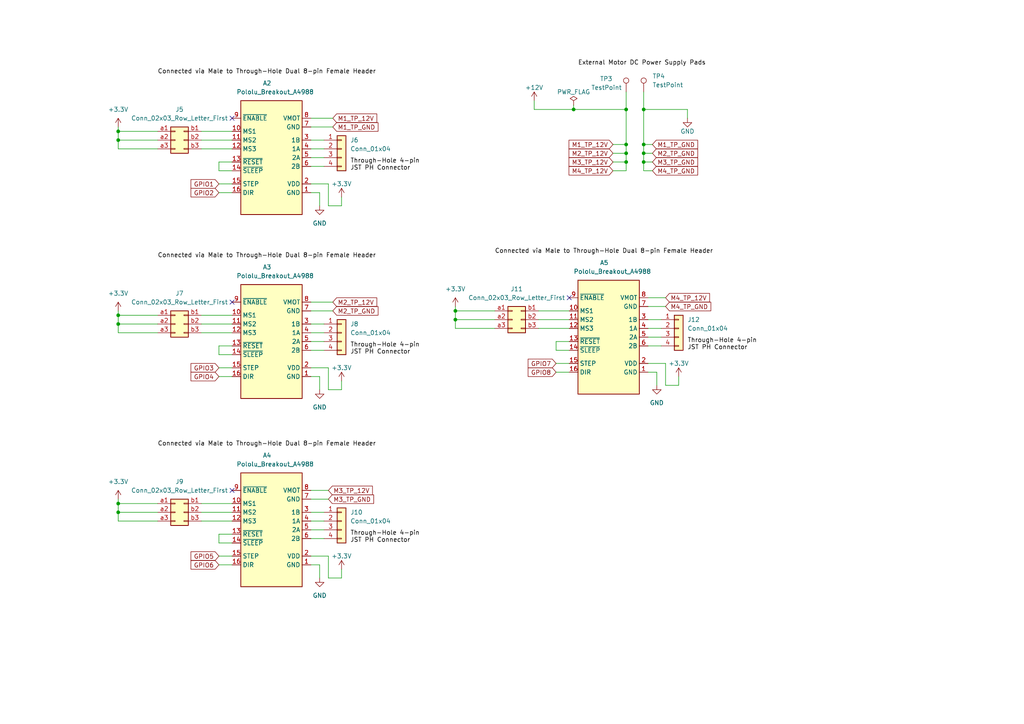
<source format=kicad_sch>
(kicad_sch (version 20230121) (generator eeschema)
  (paper "A4")
  (lib_symbols
    (symbol "Connector:TestPoint" (pin_numbers hide) (pin_names (offset 0.762) hide)
      (property "Reference" "TP" (at 0 6.858 0))
      (property "Value" "TestPoint" (at 0 5.08 0))
      (symbol "TestPoint_0_1"
        (circle (center 0 3.302) (radius 0.762))
      )
      (symbol "TestPoint_1_1"
        (pin passive line (at 0 0 90) (length 2.54) (name "1") (number "1"))
      )
    )
    (symbol "Connector_Generic:Conn_01x04" (pin_names (offset 1.016) hide)
      (property "Reference" "J" (at 0 5.08 0))
      (property "Value" "Conn_01x04" (at 0 -7.62 0))
      (symbol "Conn_01x04_1_1"
        (rectangle (start -1.27 -4.953) (end 0 -5.207) (stroke (width 0.1524)))
        (rectangle (start -1.27 -2.413) (end 0 -2.667) (stroke (width 0.1524)))
        (rectangle (start -1.27 0.127) (end 0 -0.127) (stroke (width 0.1524)))
        (rectangle (start -1.27 2.667) (end 0 2.413) (stroke (width 0.1524)))
        (rectangle (start -1.27 3.81) (end 1.27 -6.35) (stroke (width 0.254)) (fill (type background)))
        (pin passive line (at -5.08 2.54 0) (length 3.81) (name "Pin_1") (number "1"))
        (pin passive line (at -5.08 0 0) (length 3.81) (name "Pin_2") (number "2"))
        (pin passive line (at -5.08 -2.54 0) (length 3.81) (name "Pin_3") (number "3"))
        (pin passive line (at -5.08 -5.08 0) (length 3.81) (name "Pin_4") (number "4"))
      )
    )
    (symbol "Connector_Generic:Conn_02x03_Row_Letter_First" (pin_names (offset 1.016) hide)
      (property "Reference" "J" (at 1.27 5.08 0))
      (property "Value" "Conn_02x03_Row_Letter_First" (at 1.27 -5.08 0))
      (symbol "Conn_02x03_Row_Letter_First_1_1"
        (rectangle (start -1.27 -2.413) (end 0 -2.667) (stroke (width 0.1524)))
        (rectangle (start -1.27 0.127) (end 0 -0.127) (stroke (width 0.1524)))
        (rectangle (start -1.27 2.667) (end 0 2.413) (stroke (width 0.1524)))
        (rectangle (start -1.27 3.81) (end 3.81 -3.81) (stroke (width 0.254)) (fill (type background)))
        (rectangle (start 3.81 -2.413) (end 2.54 -2.667) (stroke (width 0.1524)))
        (rectangle (start 3.81 0.127) (end 2.54 -0.127) (stroke (width 0.1524)))
        (rectangle (start 3.81 2.667) (end 2.54 2.413) (stroke (width 0.1524)))
        (pin passive line (at -5.08 2.54 0) (length 3.81) (name "Pin_a1") (number "a1"))
        (pin passive line (at -5.08 0 0) (length 3.81) (name "Pin_a2") (number "a2"))
        (pin passive line (at -5.08 -2.54 0) (length 3.81) (name "Pin_a3") (number "a3"))
        (pin passive line (at 7.62 2.54 180) (length 3.81) (name "Pin_b1") (number "b1"))
        (pin passive line (at 7.62 0 180) (length 3.81) (name "Pin_b2") (number "b2"))
        (pin passive line (at 7.62 -2.54 180) (length 3.81) (name "Pin_b3") (number "b3"))
      )
    )
    (symbol "Driver_Motor:Pololu_Breakout_A4988"
      (property "Reference" "A1" (at -1.27 20.32 0))
      (property "Value" "Pololu_Breakout_A4988" (at -8.89 17.78 0))
      (symbol "Pololu_Breakout_A4988_0_1"
        (rectangle (start -7.62 15.24) (end 10.16 -17.78) (stroke (width 0.254)) (fill (type background)))
      )
      (symbol "Pololu_Breakout_A4988_1_1"
        (pin power_in line (at 12.7 -11.43 180) (length 2.54) (name "GND") (number "1"))
        (pin input line (at -10.16 6.35 0) (length 2.54) (name "MS1") (number "10"))
        (pin input line (at -10.16 3.81 0) (length 2.54) (name "MS2") (number "11"))
        (pin input line (at -10.16 1.27 0) (length 2.54) (name "MS3") (number "12"))
        (pin passive line (at -10.16 -2.54 0) (length 2.54) (name "~{RESET}") (number "13"))
        (pin passive line (at -10.16 -5.08 0) (length 2.54) (name "~{SLEEP}") (number "14"))
        (pin input line (at -10.16 -8.89 0) (length 2.54) (name "STEP") (number "15"))
        (pin input line (at -10.16 -11.43 0) (length 2.54) (name "DIR") (number "16"))
        (pin power_in line (at 12.7 -8.89 180) (length 2.54) (name "VDD") (number "2"))
        (pin output line (at 12.7 3.81 180) (length 2.54) (name "1B") (number "3"))
        (pin output line (at 12.7 1.27 180) (length 2.54) (name "1A") (number "4"))
        (pin output line (at 12.7 -1.27 180) (length 2.54) (name "2A") (number "5"))
        (pin output line (at 12.7 -3.81 180) (length 2.54) (name "2B") (number "6"))
        (pin power_in line (at 12.7 7.62 180) (length 2.54) (name "GND") (number "7"))
        (pin power_in line (at 12.7 10.16 180) (length 2.54) (name "VMOT") (number "8"))
        (pin input line (at -10.16 10.16 0) (length 2.54) (name "~{ENABLE}") (number "9"))
      )
    )
    (symbol "power:+12V" (power) (pin_names (offset 0))
      (property "Value" "+12V" (at 0 3.556 0))
      (symbol "+12V_0_1"
        (polyline (pts (xy -0.762 1.27) (xy 0 2.54)))
        (polyline (pts (xy 0 0) (xy 0 2.54)))
        (polyline (pts (xy 0 2.54) (xy 0.762 1.27)))
      )
      (symbol "+12V_1_1"
        (pin power_in line (at 0 0 90) (length 0) hide (name "+12V") (number "1"))
      )
    )
    (symbol "power:+3.3V" (power) (pin_names (offset 0))
      (property "Value" "+3.3V" (at 0 3.556 0))
      (symbol "+3.3V_0_1"
        (polyline (pts (xy -0.762 1.27) (xy 0 2.54)))
        (polyline (pts (xy 0 0) (xy 0 2.54)))
        (polyline (pts (xy 0 2.54) (xy 0.762 1.27)))
      )
      (symbol "+3.3V_1_1"
        (pin power_in line (at 0 0 90) (length 0) hide (name "+3.3V") (number "1"))
      )
    )
    (symbol "power:GND" (power) (pin_names (offset 0))
      (property "Value" "GND" (at 0 -3.81 0))
      (symbol "GND_0_1"
        (polyline (pts (xy 0 0) (xy 0 -1.27) (xy 1.27 -1.27) (xy 0 -2.54) (xy -1.27 -1.27) (xy 0 -1.27)))
      )
      (symbol "GND_1_1"
        (pin power_in line (at 0 0 270) (length 0) hide (name "GND") (number "1"))
      )
    )
    (symbol "power:PWR_FLAG" (power) (pin_numbers hide) (pin_names (offset 0) hide)
      (property "Value" "PWR_FLAG" (at 0 3.81 0))
      (symbol "PWR_FLAG_0_0"
        (pin power_out line (at 0 0 90) (length 0) (name "pwr") (number "1"))
      )
      (symbol "PWR_FLAG_0_1"
        (polyline (pts (xy 0 0) (xy 0 1.27) (xy -1.016 1.905) (xy 0 2.54) (xy 1.016 1.905) (xy 0 1.27)))
      )
    )
  )
  (junction (at 181.61 41.91))
  (junction (at 34.29 146.05))
  (junction (at 132.08 92.71))
  (junction (at 181.61 44.45))
  (junction (at 186.69 41.91))
  (junction (at 186.69 46.99))
  (junction (at 34.29 91.44))
  (junction (at 132.08 90.17))
  (junction (at 34.29 148.59))
  (junction (at 34.29 40.64))
  (junction (at 166.37 31.75))
  (junction (at 181.61 31.75))
  (junction (at 181.61 46.99))
  (junction (at 186.69 44.45))
  (junction (at 34.29 38.1))
  (junction (at 34.29 93.98))
  (junction (at 186.69 31.75))
  (no_connect (at 67.31 34.29))
  (no_connect (at 67.31 87.63))
  (no_connect (at 67.31 142.24))
  (no_connect (at 165.1 86.36))
  (wire (pts (xy 34.29 38.1) (xy 45.72 38.1)))
  (wire (pts (xy 95.25 113.03) (xy 99.06 113.03)))
  (wire (pts (xy 34.29 144.78) (xy 34.29 146.05)))
  (wire (pts (xy 34.29 96.52) (xy 34.29 93.98)))
  (wire (pts (xy 166.37 31.75) (xy 181.61 31.75)))
  (wire (pts (xy 177.8 44.45) (xy 181.61 44.45)))
  (wire (pts (xy 189.23 46.99) (xy 186.69 46.99)))
  (wire (pts (xy 177.8 49.53) (xy 181.61 49.53)))
  (wire (pts (xy 90.17 151.13) (xy 93.98 151.13)))
  (wire (pts (xy 143.51 92.71) (xy 132.08 92.71)))
  (wire (pts (xy 90.17 34.29) (xy 96.52 34.29)))
  (wire (pts (xy 63.5 154.94) (xy 63.5 157.48)))
  (wire (pts (xy 67.31 53.34) (xy 63.5 53.34)))
  (wire (pts (xy 187.96 105.41) (xy 193.04 105.41)))
  (wire (pts (xy 34.29 91.44) (xy 45.72 91.44)))
  (wire (pts (xy 189.23 41.91) (xy 186.69 41.91)))
  (wire (pts (xy 63.5 102.87) (xy 67.31 102.87)))
  (wire (pts (xy 67.31 100.33) (xy 63.5 100.33)))
  (wire (pts (xy 90.17 144.78) (xy 95.25 144.78)))
  (wire (pts (xy 63.5 157.48) (xy 67.31 157.48)))
  (wire (pts (xy 90.17 109.22) (xy 92.71 109.22)))
  (wire (pts (xy 95.25 106.68) (xy 95.25 113.03)))
  (wire (pts (xy 34.29 40.64) (xy 34.29 38.1)))
  (wire (pts (xy 156.21 95.25) (xy 165.1 95.25)))
  (wire (pts (xy 99.06 167.64) (xy 99.06 165.1)))
  (wire (pts (xy 34.29 43.18) (xy 34.29 40.64)))
  (wire (pts (xy 156.21 90.17) (xy 165.1 90.17)))
  (wire (pts (xy 181.61 41.91) (xy 177.8 41.91)))
  (wire (pts (xy 186.69 31.75) (xy 199.39 31.75)))
  (wire (pts (xy 90.17 87.63) (xy 96.52 87.63)))
  (wire (pts (xy 58.42 146.05) (xy 67.31 146.05)))
  (wire (pts (xy 95.25 53.34) (xy 95.25 59.69)))
  (wire (pts (xy 196.85 111.76) (xy 196.85 109.22)))
  (wire (pts (xy 199.39 31.75) (xy 199.39 34.29)))
  (wire (pts (xy 90.17 55.88) (xy 92.71 55.88)))
  (wire (pts (xy 58.42 93.98) (xy 67.31 93.98)))
  (wire (pts (xy 34.29 93.98) (xy 34.29 91.44)))
  (wire (pts (xy 90.17 99.06) (xy 93.98 99.06)))
  (wire (pts (xy 90.17 45.72) (xy 93.98 45.72)))
  (wire (pts (xy 181.61 26.67) (xy 181.61 31.75)))
  (wire (pts (xy 187.96 97.79) (xy 191.77 97.79)))
  (wire (pts (xy 186.69 49.53) (xy 186.69 46.99)))
  (wire (pts (xy 58.42 43.18) (xy 67.31 43.18)))
  (wire (pts (xy 90.17 93.98) (xy 93.98 93.98)))
  (wire (pts (xy 186.69 41.91) (xy 186.69 31.75)))
  (wire (pts (xy 63.5 46.99) (xy 63.5 49.53)))
  (wire (pts (xy 34.29 90.17) (xy 34.29 91.44)))
  (wire (pts (xy 63.5 49.53) (xy 67.31 49.53)))
  (wire (pts (xy 193.04 111.76) (xy 196.85 111.76)))
  (wire (pts (xy 187.96 100.33) (xy 191.77 100.33)))
  (wire (pts (xy 181.61 49.53) (xy 181.61 46.99)))
  (wire (pts (xy 90.17 106.68) (xy 95.25 106.68)))
  (wire (pts (xy 186.69 26.67) (xy 186.69 31.75)))
  (wire (pts (xy 90.17 142.24) (xy 95.25 142.24)))
  (wire (pts (xy 95.25 59.69) (xy 99.06 59.69)))
  (wire (pts (xy 154.94 31.75) (xy 166.37 31.75)))
  (wire (pts (xy 187.96 95.25) (xy 191.77 95.25)))
  (wire (pts (xy 58.42 38.1) (xy 67.31 38.1)))
  (wire (pts (xy 99.06 59.69) (xy 99.06 57.15)))
  (wire (pts (xy 45.72 93.98) (xy 34.29 93.98)))
  (wire (pts (xy 193.04 105.41) (xy 193.04 111.76)))
  (wire (pts (xy 99.06 113.03) (xy 99.06 110.49)))
  (wire (pts (xy 90.17 156.21) (xy 93.98 156.21)))
  (wire (pts (xy 63.5 55.88) (xy 67.31 55.88)))
  (wire (pts (xy 187.96 107.95) (xy 190.5 107.95)))
  (wire (pts (xy 92.71 109.22) (xy 92.71 113.03)))
  (wire (pts (xy 67.31 154.94) (xy 63.5 154.94)))
  (wire (pts (xy 58.42 148.59) (xy 67.31 148.59)))
  (wire (pts (xy 90.17 48.26) (xy 93.98 48.26)))
  (wire (pts (xy 58.42 151.13) (xy 67.31 151.13)))
  (wire (pts (xy 177.8 46.99) (xy 181.61 46.99)))
  (wire (pts (xy 63.5 100.33) (xy 63.5 102.87)))
  (wire (pts (xy 189.23 44.45) (xy 186.69 44.45)))
  (wire (pts (xy 67.31 106.68) (xy 63.5 106.68)))
  (wire (pts (xy 161.29 101.6) (xy 165.1 101.6)))
  (wire (pts (xy 189.23 49.53) (xy 186.69 49.53)))
  (wire (pts (xy 90.17 90.17) (xy 96.52 90.17)))
  (wire (pts (xy 181.61 44.45) (xy 181.61 41.91)))
  (wire (pts (xy 45.72 40.64) (xy 34.29 40.64)))
  (wire (pts (xy 67.31 161.29) (xy 63.5 161.29)))
  (wire (pts (xy 132.08 88.9) (xy 132.08 90.17)))
  (wire (pts (xy 90.17 40.64) (xy 93.98 40.64)))
  (wire (pts (xy 181.61 46.99) (xy 181.61 44.45)))
  (wire (pts (xy 90.17 101.6) (xy 93.98 101.6)))
  (wire (pts (xy 132.08 90.17) (xy 143.51 90.17)))
  (wire (pts (xy 132.08 92.71) (xy 132.08 90.17)))
  (wire (pts (xy 166.37 30.48) (xy 166.37 31.75)))
  (wire (pts (xy 34.29 151.13) (xy 34.29 148.59)))
  (wire (pts (xy 90.17 153.67) (xy 93.98 153.67)))
  (wire (pts (xy 186.69 46.99) (xy 186.69 44.45)))
  (wire (pts (xy 154.94 29.21) (xy 154.94 31.75)))
  (wire (pts (xy 143.51 95.25) (xy 132.08 95.25)))
  (wire (pts (xy 161.29 99.06) (xy 161.29 101.6)))
  (wire (pts (xy 92.71 163.83) (xy 92.71 167.64)))
  (wire (pts (xy 165.1 105.41) (xy 161.29 105.41)))
  (wire (pts (xy 92.71 55.88) (xy 92.71 59.69)))
  (wire (pts (xy 63.5 163.83) (xy 67.31 163.83)))
  (wire (pts (xy 45.72 148.59) (xy 34.29 148.59)))
  (wire (pts (xy 90.17 163.83) (xy 92.71 163.83)))
  (wire (pts (xy 34.29 146.05) (xy 45.72 146.05)))
  (wire (pts (xy 95.25 167.64) (xy 99.06 167.64)))
  (wire (pts (xy 187.96 88.9) (xy 193.04 88.9)))
  (wire (pts (xy 132.08 95.25) (xy 132.08 92.71)))
  (wire (pts (xy 90.17 43.18) (xy 93.98 43.18)))
  (wire (pts (xy 181.61 31.75) (xy 181.61 41.91)))
  (wire (pts (xy 187.96 92.71) (xy 191.77 92.71)))
  (wire (pts (xy 34.29 148.59) (xy 34.29 146.05)))
  (wire (pts (xy 34.29 36.83) (xy 34.29 38.1)))
  (wire (pts (xy 90.17 36.83) (xy 96.52 36.83)))
  (wire (pts (xy 58.42 40.64) (xy 67.31 40.64)))
  (wire (pts (xy 95.25 161.29) (xy 95.25 167.64)))
  (wire (pts (xy 186.69 44.45) (xy 186.69 41.91)))
  (wire (pts (xy 90.17 96.52) (xy 93.98 96.52)))
  (wire (pts (xy 165.1 99.06) (xy 161.29 99.06)))
  (wire (pts (xy 63.5 109.22) (xy 67.31 109.22)))
  (wire (pts (xy 187.96 86.36) (xy 193.04 86.36)))
  (wire (pts (xy 190.5 107.95) (xy 190.5 111.76)))
  (wire (pts (xy 161.29 107.95) (xy 165.1 107.95)))
  (wire (pts (xy 58.42 96.52) (xy 67.31 96.52)))
  (wire (pts (xy 156.21 92.71) (xy 165.1 92.71)))
  (wire (pts (xy 90.17 148.59) (xy 93.98 148.59)))
  (wire (pts (xy 90.17 53.34) (xy 95.25 53.34)))
  (wire (pts (xy 90.17 161.29) (xy 95.25 161.29)))
  (wire (pts (xy 45.72 43.18) (xy 34.29 43.18)))
  (wire (pts (xy 67.31 46.99) (xy 63.5 46.99)))
  (wire (pts (xy 58.42 91.44) (xy 67.31 91.44)))
  (wire (pts (xy 45.72 96.52) (xy 34.29 96.52)))
  (wire (pts (xy 45.72 151.13) (xy 34.29 151.13)))
  (text "External Motor DC Power Supply Pads" (at 167.64 19.05 0) (effects (font (size 1.27 1.27)) (justify left bottom)))
  (text "Connected via Male to Through-Hole Dual 8-pin Female Header" (at 143.51 73.66 0) (effects (font (size 1.27 1.27)) (justify left bottom)))
  (text "Connected via Male to Through-Hole Dual 8-pin Female Header" (at 45.72 21.59 0) (effects (font (size 1.27 1.27)) (justify left bottom)))
  (text "Connected via Male to Through-Hole Dual 8-pin Female Header" (at 45.72 74.93 0) (effects (font (size 1.27 1.27)) (justify left bottom)))
  (text "Through-Hole 4-pin\nJST PH Connector" (at 101.6 49.53 0) (effects (font (size 1.27 1.27)) (justify left bottom)))
  (text "Through-Hole 4-pin\nJST PH Connector" (at 199.39 101.6 0) (effects (font (size 1.27 1.27)) (justify left bottom)))
  (text "Through-Hole 4-pin\nJST PH Connector" (at 101.6 102.87 0) (effects (font (size 1.27 1.27)) (justify left bottom)))
  (text "Through-Hole 4-pin\nJST PH Connector" (at 101.6 157.48 0) (effects (font (size 1.27 1.27)) (justify left bottom)))
  (text "Connected via Male to Through-Hole Dual 8-pin Female Header" (at 45.72 129.54 0) (effects (font (size 1.27 1.27)) (justify left bottom)))
  (global_label "M3_TP_GND" (shape input) (at 189.23 46.99 0) (property "Intersheetrefs" "${INTERSHEET_REFS}" (effects hide)))
  (global_label "M4_TP_GND" (shape input) (at 193.04 88.9 0) (property "Intersheetrefs" "${INTERSHEET_REFS}" (effects hide)))
  (global_label "M4_TP_GND" (shape input) (at 189.23 49.53 0) (property "Intersheetrefs" "${INTERSHEET_REFS}" (effects hide)))
  (global_label "M2_TP_GND" (shape input) (at 96.52 90.17 0) (property "Intersheetrefs" "${INTERSHEET_REFS}" (effects hide)))
  (global_label "M3_TP_12V" (shape input) (at 95.25 142.24 0) (property "Intersheetrefs" "${INTERSHEET_REFS}" (effects hide)))
  (global_label "M2_TP_GND" (shape input) (at 189.23 44.45 0) (property "Intersheetrefs" "${INTERSHEET_REFS}" (effects hide)))
  (global_label "M1_TP_12V" (shape input) (at 96.52 34.29 0) (property "Intersheetrefs" "${INTERSHEET_REFS}" (effects hide)))
  (global_label "GPIO4" (shape input) (at 63.5 109.22 180) (property "Intersheetrefs" "${INTERSHEET_REFS}" (effects hide)))
  (global_label "GPIO8" (shape input) (at 161.29 107.95 180) (property "Intersheetrefs" "${INTERSHEET_REFS}" (effects hide)))
  (global_label "GPIO6" (shape input) (at 63.5 163.83 180) (property "Intersheetrefs" "${INTERSHEET_REFS}" (effects hide)))
  (global_label "M4_TP_12V" (shape input) (at 177.8 49.53 180) (property "Intersheetrefs" "${INTERSHEET_REFS}" (effects hide)))
  (global_label "M1_TP_12V" (shape input) (at 177.8 41.91 180) (property "Intersheetrefs" "${INTERSHEET_REFS}" (effects hide)))
  (global_label "GPIO1" (shape input) (at 63.5 53.34 180) (property "Intersheetrefs" "${INTERSHEET_REFS}" (effects hide)))
  (global_label "GPIO2" (shape input) (at 63.5 55.88 180) (property "Intersheetrefs" "${INTERSHEET_REFS}" (effects hide)))
  (global_label "M4_TP_12V" (shape input) (at 193.04 86.36 0) (property "Intersheetrefs" "${INTERSHEET_REFS}" (effects hide)))
  (global_label "GPIO5" (shape input) (at 63.5 161.29 180) (property "Intersheetrefs" "${INTERSHEET_REFS}" (effects hide)))
  (global_label "GPIO3" (shape input) (at 63.5 106.68 180) (property "Intersheetrefs" "${INTERSHEET_REFS}" (effects hide)))
  (global_label "M1_TP_GND" (shape input) (at 96.52 36.83 0) (property "Intersheetrefs" "${INTERSHEET_REFS}" (effects hide)))
  (global_label "M3_TP_GND" (shape input) (at 95.25 144.78 0) (property "Intersheetrefs" "${INTERSHEET_REFS}" (effects hide)))
  (global_label "M1_TP_GND" (shape input) (at 189.23 41.91 0) (property "Intersheetrefs" "${INTERSHEET_REFS}" (effects hide)))
  (global_label "M2_TP_12V" (shape input) (at 177.8 44.45 180) (property "Intersheetrefs" "${INTERSHEET_REFS}" (effects hide)))
  (global_label "M2_TP_12V" (shape input) (at 96.52 87.63 0) (property "Intersheetrefs" "${INTERSHEET_REFS}" (effects hide)))
  (global_label "M3_TP_12V" (shape input) (at 177.8 46.99 180) (property "Intersheetrefs" "${INTERSHEET_REFS}" (effects hide)))
  (global_label "GPIO7" (shape input) (at 161.29 105.41 180) (property "Intersheetrefs" "${INTERSHEET_REFS}" (effects hide)))
  (symbol (lib_id "power:GND") (at 92.71 113.03 0) (unit 1)
    (property "Reference" "#PWR031" (effects hide))
    (property "Value" "GND" (at 92.71 118.11 0))
  )
  (symbol (lib_id "power:GND") (at 92.71 167.64 0) (unit 1)
    (property "Reference" "#PWR034" (effects hide))
    (property "Value" "GND" (at 92.71 172.72 0))
  )
  (symbol (lib_id "Driver_Motor:Pololu_Breakout_A4988") (at 77.47 44.45 0) (unit 1)
    (property "Reference" "A2" (at 76.2 24.13 0) (effects (justify left)))
    (property "Value" "Pololu_Breakout_A4988" (at 68.58 26.67 0) (effects (justify left)))
    (property "Footprint" "Module:Pololu_Breakout-16_15.2x20.3mm" (effects hide))
    (property "Datasheet" "https://www.pololu.com/product/2980/pictures" (effects hide))
  )
  (symbol (lib_id "Connector_Generic:Conn_01x04") (at 99.06 151.13 0) (unit 1)
    (property "Reference" "J10" (at 101.6 148.59 0) (effects (justify left)))
    (property "Value" "Conn_01x04" (at 101.6 151.13 0) (effects (justify left)))
    (property "Footprint" "Connector_JST:JST_PH_B4B-PH-K_1x04_P2.00mm_Vertical" (effects hide))
  )
  (symbol (lib_id "power:GND") (at 199.39 34.29 0) (unit 1)
    (property "Reference" "#PWR029" (effects hide))
    (property "Value" "GND" (at 199.39 38.1 0))
  )
  (symbol (lib_id "Driver_Motor:Pololu_Breakout_A4988") (at 77.47 152.4 0) (unit 1)
    (property "Reference" "A4" (at 76.2 132.08 0) (effects (justify left)))
    (property "Value" "Pololu_Breakout_A4988" (at 68.58 134.62 0) (effects (justify left)))
    (property "Footprint" "Module:Pololu_Breakout-16_15.2x20.3mm" (effects hide))
    (property "Datasheet" "https://www.pololu.com/product/2980/pictures" (effects hide))
  )
  (symbol (lib_id "power:+3.3V") (at 99.06 57.15 0) (unit 1)
    (property "Reference" "#PWR027" (effects hide))
    (property "Value" "+3.3V" (at 99.06 53.34 0))
  )
  (symbol (lib_id "power:+3.3V") (at 34.29 90.17 0) (unit 1)
    (property "Reference" "#PWR030" (effects hide))
    (property "Value" "+3.3V" (at 34.29 85.09 0))
  )
  (symbol (lib_id "power:+12V") (at 154.94 29.21 0) (unit 1)
    (property "Reference" "#PWR028" (effects hide))
    (property "Value" "+12V" (at 154.94 25.4 0))
  )
  (symbol (lib_id "power:+3.3V") (at 34.29 36.83 0) (unit 1)
    (property "Reference" "#PWR025" (effects hide))
    (property "Value" "+3.3V" (at 34.29 31.75 0))
  )
  (symbol (lib_id "power:PWR_FLAG") (at 166.37 30.48 0) (unit 1)
    (property "Reference" "#FLG03" (effects hide))
    (property "Value" "PWR_FLAG" (at 166.37 26.67 0))
  )
  (symbol (lib_id "Connector_Generic:Conn_01x04") (at 99.06 43.18 0) (unit 1)
    (property "Reference" "J6" (at 101.6 40.64 0) (effects (justify left)))
    (property "Value" "Conn_01x04" (at 101.6 43.18 0) (effects (justify left)))
    (property "Footprint" "Connector_JST:JST_PH_B4B-PH-K_1x04_P2.00mm_Vertical" (effects hide))
  )
  (symbol (lib_id "Connector:TestPoint") (at 186.69 26.67 0) (unit 1)
    (property "Reference" "TP4" (at 189.23 22.098 0) (effects (justify left)))
    (property "Value" "TestPoint" (at 189.23 24.638 0) (effects (justify left)))
    (property "Footprint" "TestPoint:TestPoint_Pad_2.0x2.0mm" (effects hide))
  )
  (symbol (lib_id "Connector_Generic:Conn_02x03_Row_Letter_First") (at 148.59 92.71 0) (unit 1)
    (property "Reference" "J11" (at 149.86 83.82 0))
    (property "Value" "Conn_02x03_Row_Letter_First" (at 149.86 86.36 0))
    (property "Footprint" "Connector_PinHeader_2.54mm:PinHeader_2x03_P2.54mm_Vertical" (effects hide))
  )
  (symbol (lib_id "power:+3.3V") (at 99.06 165.1 0) (unit 1)
    (property "Reference" "#PWR035" (effects hide))
    (property "Value" "+3.3V" (at 99.06 161.29 0))
  )
  (symbol (lib_id "power:+3.3V") (at 99.06 110.49 0) (unit 1)
    (property "Reference" "#PWR032" (effects hide))
    (property "Value" "+3.3V" (at 99.06 106.68 0))
  )
  (symbol (lib_id "Connector_Generic:Conn_02x03_Row_Letter_First") (at 50.8 40.64 0) (unit 1)
    (property "Reference" "J5" (at 52.07 31.75 0))
    (property "Value" "Conn_02x03_Row_Letter_First" (at 52.07 34.29 0))
    (property "Footprint" "Connector_PinHeader_2.54mm:PinHeader_2x03_P2.54mm_Vertical" (effects hide))
  )
  (symbol (lib_id "Connector_Generic:Conn_01x04") (at 196.85 95.25 0) (unit 1)
    (property "Reference" "J12" (at 199.39 92.71 0) (effects (justify left)))
    (property "Value" "Conn_01x04" (at 199.39 95.25 0) (effects (justify left)))
    (property "Footprint" "Connector_JST:JST_PH_B4B-PH-K_1x04_P2.00mm_Vertical" (effects hide))
  )
  (symbol (lib_id "power:GND") (at 190.5 111.76 0) (unit 1)
    (property "Reference" "#PWR037" (effects hide))
    (property "Value" "GND" (at 190.5 116.84 0))
  )
  (symbol (lib_id "power:GND") (at 92.71 59.69 0) (unit 1)
    (property "Reference" "#PWR026" (effects hide))
    (property "Value" "GND" (at 92.71 64.77 0))
  )
  (symbol (lib_id "Connector_Generic:Conn_01x04") (at 99.06 96.52 0) (unit 1)
    (property "Reference" "J8" (at 101.6 93.98 0) (effects (justify left)))
    (property "Value" "Conn_01x04" (at 101.6 96.52 0) (effects (justify left)))
    (property "Footprint" "Connector_JST:JST_PH_B4B-PH-K_1x04_P2.00mm_Vertical" (effects hide))
  )
  (symbol (lib_id "power:+3.3V") (at 34.29 144.78 0) (unit 1)
    (property "Reference" "#PWR033" (effects hide))
    (property "Value" "+3.3V" (at 34.29 139.7 0))
  )
  (symbol (lib_id "Driver_Motor:Pololu_Breakout_A4988") (at 175.26 96.52 0) (unit 1)
    (property "Reference" "A5" (at 173.99 76.2 0) (effects (justify left)))
    (property "Value" "Pololu_Breakout_A4988" (at 166.37 78.74 0) (effects (justify left)))
    (property "Footprint" "Module:Pololu_Breakout-16_15.2x20.3mm" (effects hide))
    (property "Datasheet" "https://www.pololu.com/product/2980/pictures" (effects hide))
  )
  (symbol (lib_id "Driver_Motor:Pololu_Breakout_A4988") (at 77.47 97.79 0) (unit 1)
    (property "Reference" "A3" (at 76.2 77.47 0) (effects (justify left)))
    (property "Value" "Pololu_Breakout_A4988" (at 68.58 80.01 0) (effects (justify left)))
    (property "Footprint" "Module:Pololu_Breakout-16_15.2x20.3mm" (effects hide))
    (property "Datasheet" "https://www.pololu.com/product/2980/pictures" (effects hide))
  )
  (symbol (lib_id "Connector:TestPoint") (at 181.61 26.67 0) (unit 1)
    (property "Reference" "TP3" (at 173.99 22.86 0) (effects (justify left)))
    (property "Value" "TestPoint" (at 171.45 25.4 0) (effects (justify left)))
    (property "Footprint" "TestPoint:TestPoint_Pad_2.0x2.0mm" (effects hide))
  )
  (symbol (lib_id "power:+3.3V") (at 132.08 88.9 0) (unit 1)
    (property "Reference" "#PWR036" (effects hide))
    (property "Value" "+3.3V" (at 132.08 83.82 0))
  )
  (symbol (lib_id "power:+3.3V") (at 196.85 109.22 0) (unit 1)
    (property "Reference" "#PWR038" (effects hide))
    (property "Value" "+3.3V" (at 196.85 105.41 0))
  )
  (symbol (lib_id "Connector_Generic:Conn_02x03_Row_Letter_First") (at 50.8 93.98 0) (unit 1)
    (property "Reference" "J7" (at 52.07 85.09 0))
    (property "Value" "Conn_02x03_Row_Letter_First" (at 52.07 87.63 0))
    (property "Footprint" "Connector_PinHeader_2.54mm:PinHeader_2x03_P2.54mm_Vertical" (effects hide))
  )
  (symbol (lib_id "Connector_Generic:Conn_02x03_Row_Letter_First") (at 50.8 148.59 0) (unit 1)
    (property "Reference" "J9" (at 52.07 139.7 0))
    (property "Value" "Conn_02x03_Row_Letter_First" (at 52.07 142.24 0))
    (property "Footprint" "Connector_PinHeader_2.54mm:PinHeader_2x03_P2.54mm_Vertical" (effects hide))
  )
)
</source>
